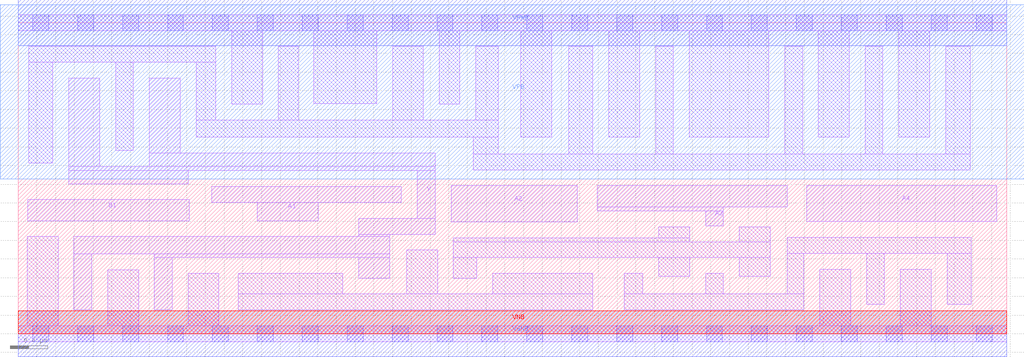
<source format=lef>
# Copyright 2020 The SkyWater PDK Authors
#
# Licensed under the Apache License, Version 2.0 (the "License");
# you may not use this file except in compliance with the License.
# You may obtain a copy of the License at
#
#     https://www.apache.org/licenses/LICENSE-2.0
#
# Unless required by applicable law or agreed to in writing, software
# distributed under the License is distributed on an "AS IS" BASIS,
# WITHOUT WARRANTIES OR CONDITIONS OF ANY KIND, either express or implied.
# See the License for the specific language governing permissions and
# limitations under the License.
#
# SPDX-License-Identifier: Apache-2.0

VERSION 5.7 ;
  NOWIREEXTENSIONATPIN ON ;
  DIVIDERCHAR "/" ;
  BUSBITCHARS "[]" ;
MACRO sky130_fd_sc_lp__a41oi_4
  CLASS CORE ;
  FOREIGN sky130_fd_sc_lp__a41oi_4 ;
  ORIGIN  0.000000  0.000000 ;
  SIZE  10.56000 BY  3.330000 ;
  SYMMETRY X Y R90 ;
  SITE unit ;
  PIN A1
    ANTENNAGATEAREA  1.260000 ;
    DIRECTION INPUT ;
    USE SIGNAL ;
    PORT
      LAYER li1 ;
        RECT 2.065000 1.405000 4.095000 1.575000 ;
        RECT 2.555000 1.210000 3.205000 1.405000 ;
    END
  END A1
  PIN A2
    ANTENNAGATEAREA  1.260000 ;
    DIRECTION INPUT ;
    USE SIGNAL ;
    PORT
      LAYER li1 ;
        RECT 4.625000 1.195000 5.975000 1.585000 ;
    END
  END A2
  PIN A3
    ANTENNAGATEAREA  1.260000 ;
    DIRECTION INPUT ;
    USE SIGNAL ;
    PORT
      LAYER li1 ;
        RECT 6.185000 1.315000 7.535000 1.355000 ;
        RECT 6.185000 1.355000 8.215000 1.585000 ;
        RECT 7.345000 1.155000 7.535000 1.315000 ;
    END
  END A3
  PIN A4
    ANTENNAGATEAREA  1.260000 ;
    DIRECTION INPUT ;
    USE SIGNAL ;
    PORT
      LAYER li1 ;
        RECT 8.425000 1.200000 10.455000 1.585000 ;
    END
  END A4
  PIN B1
    ANTENNAGATEAREA  1.260000 ;
    DIRECTION INPUT ;
    USE SIGNAL ;
    PORT
      LAYER li1 ;
        RECT 0.100000 1.210000 1.825000 1.435000 ;
    END
  END B1
  PIN Y
    ANTENNADIFFAREA  1.646400 ;
    DIRECTION OUTPUT ;
    USE SIGNAL ;
    PORT
      LAYER li1 ;
        RECT 0.540000 1.605000 1.815000 1.745000 ;
        RECT 0.540000 1.745000 4.455000 1.790000 ;
        RECT 0.540000 1.790000 0.870000 2.735000 ;
        RECT 0.595000 0.255000 0.785000 0.855000 ;
        RECT 0.595000 0.855000 3.970000 1.040000 ;
        RECT 1.400000 1.790000 4.455000 1.935000 ;
        RECT 1.400000 1.935000 1.730000 2.735000 ;
        RECT 1.455000 0.255000 1.645000 0.815000 ;
        RECT 1.455000 0.815000 3.970000 0.855000 ;
        RECT 3.640000 0.595000 3.970000 0.815000 ;
        RECT 3.640000 1.040000 3.970000 1.065000 ;
        RECT 3.640000 1.065000 4.455000 1.235000 ;
        RECT 4.265000 1.235000 4.455000 1.745000 ;
    END
  END Y
  PIN VGND
    DIRECTION INOUT ;
    USE GROUND ;
    PORT
      LAYER met1 ;
        RECT 0.000000 -0.245000 10.560000 0.245000 ;
    END
  END VGND
  PIN VNB
    DIRECTION INOUT ;
    USE GROUND ;
    PORT
      LAYER pwell ;
        RECT 0.000000 0.000000 10.560000 0.245000 ;
    END
  END VNB
  PIN VPB
    DIRECTION INOUT ;
    USE POWER ;
    PORT
      LAYER nwell ;
        RECT -0.190000 1.655000 10.750000 3.520000 ;
    END
  END VPB
  PIN VPWR
    DIRECTION INOUT ;
    USE POWER ;
    PORT
      LAYER met1 ;
        RECT 0.000000 3.085000 10.560000 3.575000 ;
    END
  END VPWR
  OBS
    LAYER li1 ;
      RECT 0.000000 -0.085000 10.560000 0.085000 ;
      RECT 0.000000  3.245000 10.560000 3.415000 ;
      RECT 0.095000  0.085000  0.425000 1.040000 ;
      RECT 0.110000  1.825000  0.370000 2.905000 ;
      RECT 0.110000  2.905000  2.110000 3.075000 ;
      RECT 0.955000  0.085000  1.285000 0.685000 ;
      RECT 1.040000  1.960000  1.230000 2.905000 ;
      RECT 1.815000  0.085000  2.145000 0.645000 ;
      RECT 1.900000  2.105000  5.130000 2.285000 ;
      RECT 1.900000  2.285000  2.110000 2.905000 ;
      RECT 2.280000  2.455000  2.610000 3.245000 ;
      RECT 2.350000  0.255000  6.140000 0.425000 ;
      RECT 2.350000  0.425000  3.470000 0.645000 ;
      RECT 2.780000  2.285000  2.990000 3.075000 ;
      RECT 3.160000  2.465000  3.830000 3.245000 ;
      RECT 4.000000  2.285000  4.330000 3.075000 ;
      RECT 4.150000  0.425000  4.480000 0.895000 ;
      RECT 4.500000  2.455000  4.720000 3.245000 ;
      RECT 4.650000  0.595000  4.900000 0.815000 ;
      RECT 4.650000  0.815000  8.035000 0.985000 ;
      RECT 4.650000  0.985000  7.175000 1.025000 ;
      RECT 4.860000  1.755000 10.170000 1.925000 ;
      RECT 4.860000  1.925000  5.130000 2.105000 ;
      RECT 4.890000  2.285000  5.130000 3.075000 ;
      RECT 5.070000  0.425000  6.140000 0.645000 ;
      RECT 5.370000  2.105000  5.700000 3.245000 ;
      RECT 5.880000  1.925000  6.140000 3.075000 ;
      RECT 6.310000  2.105000  6.640000 3.245000 ;
      RECT 6.475000  0.255000  8.395000 0.425000 ;
      RECT 6.475000  0.425000  6.675000 0.645000 ;
      RECT 6.810000  1.925000  7.000000 3.075000 ;
      RECT 6.845000  0.615000  7.175000 0.815000 ;
      RECT 6.845000  1.025000  7.175000 1.145000 ;
      RECT 7.170000  2.105000  8.020000 3.245000 ;
      RECT 7.345000  0.425000  7.535000 0.645000 ;
      RECT 7.705000  0.615000  8.035000 0.815000 ;
      RECT 7.705000  0.985000  8.035000 1.145000 ;
      RECT 8.190000  1.925000  8.380000 3.075000 ;
      RECT 8.215000  0.425000  8.395000 0.860000 ;
      RECT 8.215000  0.860000 10.185000 1.030000 ;
      RECT 8.550000  2.105000  8.880000 3.245000 ;
      RECT 8.565000  0.085000  8.895000 0.690000 ;
      RECT 9.050000  1.925000  9.240000 3.075000 ;
      RECT 9.065000  0.315000  9.255000 0.860000 ;
      RECT 9.410000  2.105000  9.740000 3.245000 ;
      RECT 9.425000  0.085000  9.755000 0.690000 ;
      RECT 9.910000  1.925000 10.170000 3.075000 ;
      RECT 9.925000  0.315000 10.185000 0.860000 ;
    LAYER mcon ;
      RECT  0.155000 -0.085000  0.325000 0.085000 ;
      RECT  0.155000  3.245000  0.325000 3.415000 ;
      RECT  0.635000 -0.085000  0.805000 0.085000 ;
      RECT  0.635000  3.245000  0.805000 3.415000 ;
      RECT  1.115000 -0.085000  1.285000 0.085000 ;
      RECT  1.115000  3.245000  1.285000 3.415000 ;
      RECT  1.595000 -0.085000  1.765000 0.085000 ;
      RECT  1.595000  3.245000  1.765000 3.415000 ;
      RECT  2.075000 -0.085000  2.245000 0.085000 ;
      RECT  2.075000  3.245000  2.245000 3.415000 ;
      RECT  2.555000 -0.085000  2.725000 0.085000 ;
      RECT  2.555000  3.245000  2.725000 3.415000 ;
      RECT  3.035000 -0.085000  3.205000 0.085000 ;
      RECT  3.035000  3.245000  3.205000 3.415000 ;
      RECT  3.515000 -0.085000  3.685000 0.085000 ;
      RECT  3.515000  3.245000  3.685000 3.415000 ;
      RECT  3.995000 -0.085000  4.165000 0.085000 ;
      RECT  3.995000  3.245000  4.165000 3.415000 ;
      RECT  4.475000 -0.085000  4.645000 0.085000 ;
      RECT  4.475000  3.245000  4.645000 3.415000 ;
      RECT  4.955000 -0.085000  5.125000 0.085000 ;
      RECT  4.955000  3.245000  5.125000 3.415000 ;
      RECT  5.435000 -0.085000  5.605000 0.085000 ;
      RECT  5.435000  3.245000  5.605000 3.415000 ;
      RECT  5.915000 -0.085000  6.085000 0.085000 ;
      RECT  5.915000  3.245000  6.085000 3.415000 ;
      RECT  6.395000 -0.085000  6.565000 0.085000 ;
      RECT  6.395000  3.245000  6.565000 3.415000 ;
      RECT  6.875000 -0.085000  7.045000 0.085000 ;
      RECT  6.875000  3.245000  7.045000 3.415000 ;
      RECT  7.355000 -0.085000  7.525000 0.085000 ;
      RECT  7.355000  3.245000  7.525000 3.415000 ;
      RECT  7.835000 -0.085000  8.005000 0.085000 ;
      RECT  7.835000  3.245000  8.005000 3.415000 ;
      RECT  8.315000 -0.085000  8.485000 0.085000 ;
      RECT  8.315000  3.245000  8.485000 3.415000 ;
      RECT  8.795000 -0.085000  8.965000 0.085000 ;
      RECT  8.795000  3.245000  8.965000 3.415000 ;
      RECT  9.275000 -0.085000  9.445000 0.085000 ;
      RECT  9.275000  3.245000  9.445000 3.415000 ;
      RECT  9.755000 -0.085000  9.925000 0.085000 ;
      RECT  9.755000  3.245000  9.925000 3.415000 ;
      RECT 10.235000 -0.085000 10.405000 0.085000 ;
      RECT 10.235000  3.245000 10.405000 3.415000 ;
  END
END sky130_fd_sc_lp__a41oi_4
END LIBRARY

</source>
